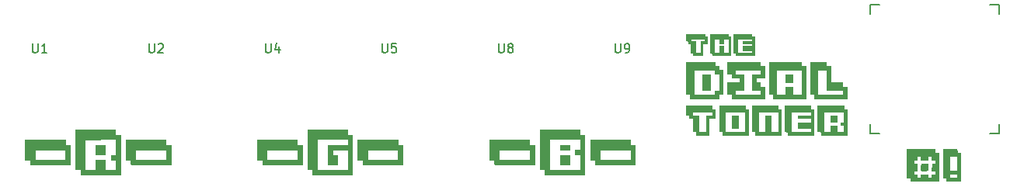
<source format=gto>
G04 #@! TF.GenerationSoftware,KiCad,Pcbnew,(6.0.6-0)*
G04 #@! TF.CreationDate,2022-09-04T13:15:17-04:00*
G04 #@! TF.ProjectId,dial_toner_mx,6469616c-5f74-46f6-9e65-725f6d782e6b,rev?*
G04 #@! TF.SameCoordinates,Original*
G04 #@! TF.FileFunction,Legend,Top*
G04 #@! TF.FilePolarity,Positive*
%FSLAX46Y46*%
G04 Gerber Fmt 4.6, Leading zero omitted, Abs format (unit mm)*
G04 Created by KiCad (PCBNEW (6.0.6-0)) date 2022-09-04 13:15:17*
%MOMM*%
%LPD*%
G01*
G04 APERTURE LIST*
%ADD10C,0.150000*%
%ADD11C,1.700000*%
%ADD12C,1.701800*%
%ADD13C,0.990600*%
%ADD14C,3.429000*%
%ADD15C,2.032000*%
G04 APERTURE END LIST*
D10*
X146304095Y-123174380D02*
X146304095Y-123983904D01*
X146351714Y-124079142D01*
X146399333Y-124126761D01*
X146494571Y-124174380D01*
X146685047Y-124174380D01*
X146780285Y-124126761D01*
X146827904Y-124079142D01*
X146875523Y-123983904D01*
X146875523Y-123174380D01*
X147494571Y-123602952D02*
X147399333Y-123555333D01*
X147351714Y-123507714D01*
X147304095Y-123412476D01*
X147304095Y-123364857D01*
X147351714Y-123269619D01*
X147399333Y-123222000D01*
X147494571Y-123174380D01*
X147685047Y-123174380D01*
X147780285Y-123222000D01*
X147827904Y-123269619D01*
X147875523Y-123364857D01*
X147875523Y-123412476D01*
X147827904Y-123507714D01*
X147780285Y-123555333D01*
X147685047Y-123602952D01*
X147494571Y-123602952D01*
X147399333Y-123650571D01*
X147351714Y-123698190D01*
X147304095Y-123793428D01*
X147304095Y-123983904D01*
X147351714Y-124079142D01*
X147399333Y-124126761D01*
X147494571Y-124174380D01*
X147685047Y-124174380D01*
X147780285Y-124126761D01*
X147827904Y-124079142D01*
X147875523Y-123983904D01*
X147875523Y-123793428D01*
X147827904Y-123698190D01*
X147780285Y-123650571D01*
X147685047Y-123602952D01*
X108204095Y-123174380D02*
X108204095Y-123983904D01*
X108251714Y-124079142D01*
X108299333Y-124126761D01*
X108394571Y-124174380D01*
X108585047Y-124174380D01*
X108680285Y-124126761D01*
X108727904Y-124079142D01*
X108775523Y-123983904D01*
X108775523Y-123174380D01*
X109204095Y-123269619D02*
X109251714Y-123222000D01*
X109346952Y-123174380D01*
X109585047Y-123174380D01*
X109680285Y-123222000D01*
X109727904Y-123269619D01*
X109775523Y-123364857D01*
X109775523Y-123460095D01*
X109727904Y-123602952D01*
X109156476Y-124174380D01*
X109775523Y-124174380D01*
X133604095Y-123174380D02*
X133604095Y-123983904D01*
X133651714Y-124079142D01*
X133699333Y-124126761D01*
X133794571Y-124174380D01*
X133985047Y-124174380D01*
X134080285Y-124126761D01*
X134127904Y-124079142D01*
X134175523Y-123983904D01*
X134175523Y-123174380D01*
X135127904Y-123174380D02*
X134651714Y-123174380D01*
X134604095Y-123650571D01*
X134651714Y-123602952D01*
X134746952Y-123555333D01*
X134985047Y-123555333D01*
X135080285Y-123602952D01*
X135127904Y-123650571D01*
X135175523Y-123745809D01*
X135175523Y-123983904D01*
X135127904Y-124079142D01*
X135080285Y-124126761D01*
X134985047Y-124174380D01*
X134746952Y-124174380D01*
X134651714Y-124126761D01*
X134604095Y-124079142D01*
X120904095Y-123174380D02*
X120904095Y-123983904D01*
X120951714Y-124079142D01*
X120999333Y-124126761D01*
X121094571Y-124174380D01*
X121285047Y-124174380D01*
X121380285Y-124126761D01*
X121427904Y-124079142D01*
X121475523Y-123983904D01*
X121475523Y-123174380D01*
X122380285Y-123507714D02*
X122380285Y-124174380D01*
X122142190Y-123126761D02*
X121904095Y-123841047D01*
X122523142Y-123841047D01*
X159004095Y-123174380D02*
X159004095Y-123983904D01*
X159051714Y-124079142D01*
X159099333Y-124126761D01*
X159194571Y-124174380D01*
X159385047Y-124174380D01*
X159480285Y-124126761D01*
X159527904Y-124079142D01*
X159575523Y-123983904D01*
X159575523Y-123174380D01*
X160099333Y-124174380D02*
X160289809Y-124174380D01*
X160385047Y-124126761D01*
X160432666Y-124079142D01*
X160527904Y-123936285D01*
X160575523Y-123745809D01*
X160575523Y-123364857D01*
X160527904Y-123269619D01*
X160480285Y-123222000D01*
X160385047Y-123174380D01*
X160194571Y-123174380D01*
X160099333Y-123222000D01*
X160051714Y-123269619D01*
X160004095Y-123364857D01*
X160004095Y-123602952D01*
X160051714Y-123698190D01*
X160099333Y-123745809D01*
X160194571Y-123793428D01*
X160385047Y-123793428D01*
X160480285Y-123745809D01*
X160527904Y-123698190D01*
X160575523Y-123602952D01*
X95504095Y-123174380D02*
X95504095Y-123983904D01*
X95551714Y-124079142D01*
X95599333Y-124126761D01*
X95694571Y-124174380D01*
X95885047Y-124174380D01*
X95980285Y-124126761D01*
X96027904Y-124079142D01*
X96075523Y-123983904D01*
X96075523Y-123174380D01*
X97075523Y-124174380D02*
X96504095Y-124174380D01*
X96789809Y-124174380D02*
X96789809Y-123174380D01*
X96694571Y-123317238D01*
X96599333Y-123412476D01*
X96504095Y-123460095D01*
G36*
X178446594Y-127456533D02*
G01*
X177533177Y-127456533D01*
X177533177Y-126543116D01*
X178446594Y-126543116D01*
X178446594Y-127456533D01*
G37*
G36*
X169452956Y-128369949D02*
G01*
X168539540Y-128369949D01*
X168539540Y-126543116D01*
X169452956Y-126543116D01*
X169452956Y-128369949D01*
G37*
G36*
X183224464Y-131777694D02*
G01*
X182486704Y-131777694D01*
X182486704Y-131039935D01*
X183224464Y-131039935D01*
X183224464Y-131777694D01*
G37*
G36*
X172114159Y-131047529D02*
G01*
X172491822Y-131057501D01*
X172491822Y-132497888D01*
X172138732Y-132507823D01*
X171987553Y-132509706D01*
X171863476Y-132506811D01*
X171782721Y-132499766D01*
X171761069Y-132493184D01*
X171753638Y-132452110D01*
X171747109Y-132351678D01*
X171741845Y-132202794D01*
X171738207Y-132016361D01*
X171736557Y-131803283D01*
X171736497Y-131753085D01*
X171736497Y-131037558D01*
X172114159Y-131047529D01*
G37*
G36*
X154100536Y-134834126D02*
G01*
X153554896Y-134834126D01*
X153336985Y-134832787D01*
X153180504Y-134828277D01*
X153076667Y-134819858D01*
X153016683Y-134806790D01*
X152991764Y-134788335D01*
X152991068Y-134786726D01*
X152983325Y-134729292D01*
X152980587Y-134624546D01*
X152983388Y-134496892D01*
X152993897Y-134254458D01*
X153547216Y-134244783D01*
X154100536Y-134235108D01*
X154100536Y-134834126D01*
G37*
G36*
X154100536Y-136485302D02*
G01*
X153561854Y-136485302D01*
X153374010Y-136483848D01*
X153211564Y-136479839D01*
X153087232Y-136473805D01*
X153013731Y-136466277D01*
X152999752Y-136461881D01*
X152991648Y-136420335D01*
X152984759Y-136321247D01*
X152979616Y-136177333D01*
X152976748Y-136001310D01*
X152976331Y-135899778D01*
X152976331Y-135361097D01*
X154100536Y-135361097D01*
X154100536Y-136485302D01*
G37*
G36*
X103511324Y-135361097D02*
G01*
X102387119Y-135361097D01*
X102387119Y-134236892D01*
X103511324Y-134236892D01*
X103511324Y-135361097D01*
G37*
G36*
X193149083Y-137100101D02*
G01*
X192753196Y-137110041D01*
X192571392Y-137112647D01*
X192449312Y-137109041D01*
X192376615Y-137098285D01*
X192342960Y-137079443D01*
X192339103Y-137072534D01*
X192332433Y-137019132D01*
X192328886Y-136912685D01*
X192328800Y-136770357D01*
X192330979Y-136658584D01*
X192341061Y-136292079D01*
X193149083Y-136292079D01*
X193149083Y-137100101D01*
G37*
G36*
X173949775Y-122186823D02*
G01*
X173949775Y-122309783D01*
X173954029Y-122388510D01*
X173980297Y-122423496D01*
X174048835Y-122432468D01*
X174090300Y-122432743D01*
X174230826Y-122432743D01*
X174230826Y-124505495D01*
X172122942Y-124505495D01*
X172122942Y-124382535D01*
X172117504Y-124300124D01*
X172086821Y-124266326D01*
X172009341Y-124259591D01*
X171999982Y-124259575D01*
X171877022Y-124259575D01*
X171877022Y-124224444D01*
X172403993Y-124224444D01*
X173949775Y-124224444D01*
X173949775Y-124013656D01*
X172892877Y-124013656D01*
X172903138Y-123741387D01*
X172913399Y-123469119D01*
X173949775Y-123449675D01*
X173949775Y-123240765D01*
X172895833Y-123240765D01*
X172895833Y-122959714D01*
X173949775Y-122959714D01*
X173949775Y-122713794D01*
X172403993Y-122713794D01*
X172403993Y-124224444D01*
X171877022Y-124224444D01*
X171877022Y-122186823D01*
X173949775Y-122186823D01*
G37*
G36*
X171385183Y-122186823D02*
G01*
X171385183Y-122309783D01*
X171390621Y-122392195D01*
X171421304Y-122425992D01*
X171498784Y-122432727D01*
X171508143Y-122432743D01*
X171631103Y-122432743D01*
X171631103Y-124505495D01*
X169558350Y-124505495D01*
X169558350Y-124382535D01*
X169552912Y-124300124D01*
X169522229Y-124266326D01*
X169444749Y-124259591D01*
X169435390Y-124259575D01*
X169312430Y-124259575D01*
X169312430Y-124224444D01*
X169839401Y-124224444D01*
X170331241Y-124224444D01*
X170331241Y-123448598D01*
X170603509Y-123458858D01*
X170875778Y-123469119D01*
X170885749Y-123846782D01*
X170895720Y-124224444D01*
X171350051Y-124224444D01*
X171350051Y-122713794D01*
X170896421Y-122713794D01*
X170886100Y-122968497D01*
X170875778Y-123223199D01*
X170603509Y-123233460D01*
X170331241Y-123243720D01*
X170331241Y-122713794D01*
X169839401Y-122713794D01*
X169839401Y-124224444D01*
X169312430Y-124224444D01*
X169312430Y-122186823D01*
X171385183Y-122186823D01*
G37*
G36*
X166747838Y-122186823D02*
G01*
X168820591Y-122186823D01*
X168820591Y-122309783D01*
X168826029Y-122392195D01*
X168856712Y-122425992D01*
X168934192Y-122432727D01*
X168943551Y-122432743D01*
X169066511Y-122432743D01*
X169066511Y-123240765D01*
X168574671Y-123240765D01*
X168574671Y-124505495D01*
X167520729Y-124505495D01*
X167520729Y-124382535D01*
X167516475Y-124303808D01*
X167490207Y-124268822D01*
X167421669Y-124259850D01*
X167380204Y-124259575D01*
X167239678Y-124259575D01*
X167239678Y-123240765D01*
X167116718Y-123240765D01*
X167037991Y-123236511D01*
X167003005Y-123210243D01*
X166994033Y-123141705D01*
X166993758Y-123100239D01*
X166990036Y-123010266D01*
X166967052Y-122970281D01*
X166907081Y-122960028D01*
X166870798Y-122959714D01*
X167274809Y-122959714D01*
X167801780Y-122959714D01*
X167801780Y-124224444D01*
X168293620Y-124224444D01*
X168293620Y-122959714D01*
X168785459Y-122959714D01*
X168785459Y-122713794D01*
X167274809Y-122713794D01*
X167274809Y-122959714D01*
X166870798Y-122959714D01*
X166747838Y-122959714D01*
X166747838Y-122186823D01*
G37*
G36*
X180238295Y-125172992D02*
G01*
X182065128Y-125172992D01*
X182065128Y-125629700D01*
X182521836Y-125629700D01*
X182521836Y-127421401D01*
X183856829Y-127421401D01*
X183856829Y-127878109D01*
X184313537Y-127878109D01*
X184313537Y-129248234D01*
X180695003Y-129248234D01*
X180695003Y-128791526D01*
X181151711Y-128791526D01*
X183821697Y-128791526D01*
X183821697Y-128371155D01*
X182934630Y-128361769D01*
X182047562Y-128352383D01*
X182038286Y-127236961D01*
X182029009Y-126121539D01*
X181151711Y-126121539D01*
X181151711Y-128791526D01*
X180695003Y-128791526D01*
X180238295Y-128791526D01*
X180238295Y-125172992D01*
G37*
G36*
X175741476Y-125172992D02*
G01*
X179360010Y-125172992D01*
X179360010Y-125629700D01*
X179816718Y-125629700D01*
X179816718Y-129248234D01*
X176198184Y-129248234D01*
X176198184Y-128791526D01*
X176654892Y-128791526D01*
X177533177Y-128791526D01*
X177533177Y-127878109D01*
X178446594Y-127878109D01*
X178446594Y-128791526D01*
X179324879Y-128791526D01*
X179324879Y-126121539D01*
X176654892Y-126121539D01*
X176654892Y-128791526D01*
X176198184Y-128791526D01*
X175741476Y-128791526D01*
X175741476Y-125172992D01*
G37*
G36*
X171244657Y-127421401D02*
G01*
X172579650Y-127421401D01*
X172579650Y-126999824D01*
X171701365Y-126999824D01*
X171701365Y-126543116D01*
X171244657Y-126543116D01*
X171244657Y-125172992D01*
X174863191Y-125172992D01*
X174863191Y-125629700D01*
X175319899Y-125629700D01*
X175319899Y-126999824D01*
X174406483Y-126999824D01*
X174406483Y-127421401D01*
X174863191Y-127421401D01*
X174863191Y-127878109D01*
X175319899Y-127878109D01*
X175319899Y-129248234D01*
X171701365Y-129248234D01*
X171701365Y-128791526D01*
X172158074Y-128791526D01*
X174828060Y-128791526D01*
X174828060Y-128369949D01*
X173949775Y-128369949D01*
X173949775Y-126543116D01*
X174828060Y-126543116D01*
X174828060Y-126121539D01*
X172158074Y-126121539D01*
X172158074Y-126543116D01*
X173072676Y-126543116D01*
X173063300Y-127447750D01*
X173053924Y-128352383D01*
X172605999Y-128362216D01*
X172158074Y-128372048D01*
X172158074Y-128791526D01*
X171701365Y-128791526D01*
X171244657Y-128791526D01*
X171244657Y-127421401D01*
G37*
G36*
X166747838Y-125172992D02*
G01*
X169909664Y-125172992D01*
X169909664Y-125629700D01*
X170366372Y-125629700D01*
X170366372Y-126086408D01*
X170823081Y-126086408D01*
X170823081Y-128791526D01*
X170366372Y-128791526D01*
X170366372Y-129248234D01*
X167169415Y-129248234D01*
X167169415Y-128791526D01*
X167661255Y-128791526D01*
X169874533Y-128791526D01*
X169874533Y-128334817D01*
X170331241Y-128334817D01*
X170331241Y-126543116D01*
X169874533Y-126543116D01*
X169874533Y-126121539D01*
X167661255Y-126121539D01*
X167661255Y-128791526D01*
X167169415Y-128791526D01*
X166747838Y-128791526D01*
X166747838Y-125172992D01*
G37*
G36*
X181045529Y-129985993D02*
G01*
X183962223Y-129985993D01*
X183962223Y-130337307D01*
X184313537Y-130337307D01*
X184313537Y-133218082D01*
X181432762Y-133218082D01*
X181432762Y-132870440D01*
X181248323Y-132859821D01*
X181063883Y-132849202D01*
X181063770Y-132831636D01*
X181819208Y-132831636D01*
X182486704Y-132831636D01*
X182486704Y-132129008D01*
X183224464Y-132129008D01*
X183224464Y-132831636D01*
X183927092Y-132831636D01*
X183927092Y-132129008D01*
X183575778Y-132129008D01*
X183575778Y-131777694D01*
X183927092Y-131777694D01*
X183927092Y-130723752D01*
X181819208Y-130723752D01*
X181819208Y-132831636D01*
X181063770Y-132831636D01*
X181054706Y-131417598D01*
X181045529Y-129985993D01*
G37*
G36*
X177462126Y-129985993D02*
G01*
X180378820Y-129985993D01*
X180378820Y-130337307D01*
X180730134Y-130337307D01*
X180730134Y-133218082D01*
X177849360Y-133218082D01*
X177849360Y-132870440D01*
X177480480Y-132849202D01*
X177480367Y-132831636D01*
X178235805Y-132831636D01*
X180343689Y-132831636D01*
X180343689Y-132515454D01*
X178903302Y-132515454D01*
X178903302Y-131777694D01*
X180343689Y-131777694D01*
X180343689Y-131426380D01*
X178903302Y-131426380D01*
X178903302Y-131039935D01*
X180343689Y-131039935D01*
X180343689Y-130723752D01*
X178235805Y-130723752D01*
X178235805Y-132831636D01*
X177480367Y-132831636D01*
X177471303Y-131417598D01*
X177462126Y-129985993D01*
G37*
G36*
X176795418Y-129985993D02*
G01*
X176795418Y-130337307D01*
X177146732Y-130337307D01*
X177146732Y-133218082D01*
X174265957Y-133218082D01*
X174265957Y-132866768D01*
X173914643Y-132866768D01*
X173914643Y-132831636D01*
X174652403Y-132831636D01*
X175319899Y-132831636D01*
X175319899Y-131039935D01*
X176057659Y-131039935D01*
X176057659Y-132831636D01*
X176760287Y-132831636D01*
X176760287Y-130723752D01*
X174652403Y-130723752D01*
X174652403Y-132831636D01*
X173914643Y-132831636D01*
X173914643Y-129985993D01*
X176795418Y-129985993D01*
G37*
G36*
X173212016Y-129985993D02*
G01*
X173212016Y-130337307D01*
X173563329Y-130337307D01*
X173563329Y-133218082D01*
X170682555Y-133218082D01*
X170682555Y-132866768D01*
X170331241Y-132866768D01*
X170331241Y-132831636D01*
X171069000Y-132831636D01*
X173176884Y-132831636D01*
X173176884Y-130723752D01*
X171069000Y-130723752D01*
X171069000Y-132831636D01*
X170331241Y-132831636D01*
X170331241Y-129985993D01*
X173212016Y-129985993D01*
G37*
G36*
X169628613Y-129985993D02*
G01*
X169628613Y-130337307D01*
X169979927Y-130337307D01*
X169979927Y-131426380D01*
X169277299Y-131426380D01*
X169277299Y-133218082D01*
X167801780Y-133218082D01*
X167801780Y-132866768D01*
X167450466Y-132866768D01*
X167450466Y-131426380D01*
X167099152Y-131426380D01*
X167099152Y-131075066D01*
X166747838Y-131075066D01*
X166747838Y-131039935D01*
X167485598Y-131039935D01*
X168188226Y-131039935D01*
X168188226Y-132831636D01*
X168890854Y-132831636D01*
X168890854Y-131039935D01*
X169593482Y-131039935D01*
X169593482Y-130723752D01*
X167485598Y-130723752D01*
X167485598Y-131039935D01*
X166747838Y-131039935D01*
X166747838Y-129985993D01*
X169628613Y-129985993D01*
G37*
G36*
X160705238Y-133709921D02*
G01*
X160705238Y-134233937D01*
X160977507Y-134244197D01*
X161249775Y-134254458D01*
X161249775Y-136467736D01*
X159045280Y-136476783D01*
X156840785Y-136485829D01*
X156840785Y-135923199D01*
X156278682Y-135923199D01*
X156278682Y-135888068D01*
X157402887Y-135888068D01*
X160670107Y-135888068D01*
X160670107Y-134834126D01*
X157402887Y-134834126D01*
X157402887Y-135888068D01*
X156278682Y-135888068D01*
X156278682Y-133709921D01*
X160705238Y-133709921D01*
G37*
G36*
X149709111Y-133709921D02*
G01*
X149709111Y-134236892D01*
X150271213Y-134236892D01*
X150271213Y-136485302D01*
X148081356Y-136485302D01*
X147695456Y-136484936D01*
X147330496Y-136483880D01*
X146992519Y-136482200D01*
X146687568Y-136479958D01*
X146421685Y-136477218D01*
X146200913Y-136474045D01*
X146031294Y-136470502D01*
X145918871Y-136466654D01*
X145869686Y-136462563D01*
X145868078Y-136461881D01*
X145856667Y-136417605D01*
X145848332Y-136322612D01*
X145844700Y-136196431D01*
X145844657Y-136180829D01*
X145844657Y-135923199D01*
X145317686Y-135923199D01*
X145317686Y-135888068D01*
X146441891Y-135888068D01*
X149709111Y-135888068D01*
X149709111Y-134834126D01*
X146441891Y-134834126D01*
X146441891Y-135888068D01*
X145317686Y-135888068D01*
X145317686Y-133709921D01*
X149709111Y-133709921D01*
G37*
G36*
X135375501Y-133709921D02*
G01*
X135375501Y-134236892D01*
X135938590Y-134236892D01*
X135920038Y-136467736D01*
X133715542Y-136476783D01*
X131511047Y-136485829D01*
X131511047Y-135923199D01*
X130948945Y-135923199D01*
X130948945Y-135888068D01*
X132073150Y-135888068D01*
X135340370Y-135888068D01*
X135340370Y-134834126D01*
X132073150Y-134834126D01*
X132073150Y-135888068D01*
X130948945Y-135888068D01*
X130948945Y-133709921D01*
X135375501Y-133709921D01*
G37*
G36*
X124414505Y-133709921D02*
G01*
X124414505Y-134236892D01*
X124941476Y-134236892D01*
X124941476Y-136485302D01*
X120550051Y-136485302D01*
X120550051Y-135923199D01*
X119987949Y-135923199D01*
X119987949Y-135888068D01*
X121112154Y-135888068D01*
X124379374Y-135888068D01*
X124379374Y-134834126D01*
X121112154Y-134834126D01*
X121112154Y-135888068D01*
X119987949Y-135888068D01*
X119987949Y-133709921D01*
X124414505Y-133709921D01*
G37*
G36*
X110080895Y-133709921D02*
G01*
X110080895Y-134236892D01*
X110642998Y-134236892D01*
X110642998Y-136485302D01*
X108453140Y-136485302D01*
X108067240Y-136484936D01*
X107702280Y-136483880D01*
X107364304Y-136482200D01*
X107059352Y-136479958D01*
X106793469Y-136477218D01*
X106572697Y-136474045D01*
X106403078Y-136470502D01*
X106290655Y-136466654D01*
X106241470Y-136462563D01*
X106239862Y-136461881D01*
X106228451Y-136417605D01*
X106220116Y-136322612D01*
X106216484Y-136196431D01*
X106216442Y-136180829D01*
X106216442Y-135923199D01*
X105689471Y-135923199D01*
X105689471Y-135888068D01*
X106813675Y-135888068D01*
X110080895Y-135888068D01*
X110080895Y-134834126D01*
X106813675Y-134834126D01*
X106813675Y-135888068D01*
X105689471Y-135888068D01*
X105689471Y-133709921D01*
X110080895Y-133709921D01*
G37*
G36*
X99119899Y-133709921D02*
G01*
X99119899Y-134233937D01*
X99392168Y-134244197D01*
X99664436Y-134254458D01*
X99664436Y-136467736D01*
X97459941Y-136476783D01*
X95255446Y-136485829D01*
X95255446Y-135923199D01*
X94693343Y-135923199D01*
X94693343Y-135888068D01*
X95817548Y-135888068D01*
X99084768Y-135888068D01*
X99084768Y-134834126D01*
X95817548Y-134834126D01*
X95817548Y-135888068D01*
X94693343Y-135888068D01*
X94693343Y-133709921D01*
X99119899Y-133709921D01*
G37*
G36*
X153002679Y-132594235D02*
G01*
X155207175Y-132603282D01*
X155217435Y-132875551D01*
X155227696Y-133147819D01*
X155751711Y-133147819D01*
X155751711Y-137574375D01*
X153561854Y-137574375D01*
X153175954Y-137574009D01*
X152810994Y-137572954D01*
X152473017Y-137571273D01*
X152168066Y-137569031D01*
X151902183Y-137566291D01*
X151681411Y-137563118D01*
X151511792Y-137559575D01*
X151399369Y-137555727D01*
X151350184Y-137551637D01*
X151348576Y-137550954D01*
X151337165Y-137506678D01*
X151328830Y-137411685D01*
X151325198Y-137285505D01*
X151325155Y-137269903D01*
X151325155Y-137012273D01*
X150798184Y-137012273D01*
X150798184Y-136977141D01*
X151922389Y-136977141D01*
X155189609Y-136977141D01*
X155189609Y-135361097D01*
X154627507Y-135361097D01*
X154627507Y-134798995D01*
X155189609Y-134798995D01*
X155189609Y-133709921D01*
X151922389Y-133709921D01*
X151922389Y-136977141D01*
X150798184Y-136977141D01*
X150798184Y-132585189D01*
X153002679Y-132594235D01*
G37*
G36*
X125486013Y-132603282D02*
G01*
X129877437Y-132603282D01*
X129887672Y-132874099D01*
X129897906Y-133144916D01*
X130168723Y-133155150D01*
X130439540Y-133165385D01*
X130439540Y-137556809D01*
X128235045Y-137565856D01*
X126030549Y-137574903D01*
X126030549Y-137012273D01*
X125467919Y-137012273D01*
X125468063Y-136977141D01*
X126592652Y-136977141D01*
X129859872Y-136977141D01*
X129859872Y-134834126D01*
X128243827Y-134834126D01*
X128243827Y-135361097D01*
X128807714Y-135361097D01*
X128798039Y-135914416D01*
X128788364Y-136467736D01*
X128235045Y-136477411D01*
X127681725Y-136487086D01*
X127681725Y-134236892D01*
X129859872Y-134236892D01*
X129859872Y-133709921D01*
X126592652Y-133709921D01*
X126592652Y-136977141D01*
X125468063Y-136977141D01*
X125476966Y-134807777D01*
X125486013Y-132603282D01*
G37*
G36*
X100191407Y-132603282D02*
G01*
X102395902Y-132594235D01*
X104600397Y-132585189D01*
X104600397Y-133147819D01*
X105162500Y-133147819D01*
X105162500Y-137574375D01*
X100735944Y-137574375D01*
X100735944Y-137012273D01*
X100173313Y-137012273D01*
X100173457Y-136977141D01*
X101297344Y-136977141D01*
X102387119Y-136977141D01*
X102387119Y-135888068D01*
X103511324Y-135888068D01*
X103511324Y-136977141D01*
X104565266Y-136977141D01*
X104565266Y-135923199D01*
X104038295Y-135923199D01*
X104038295Y-135361097D01*
X104565266Y-135361097D01*
X104565266Y-133709219D01*
X101315612Y-133727487D01*
X101297344Y-136977141D01*
X100173457Y-136977141D01*
X100182360Y-134807777D01*
X100191407Y-132603282D01*
G37*
G36*
X195511670Y-134701724D02*
G01*
X196310909Y-134711166D01*
X196321445Y-134913172D01*
X196331981Y-135115177D01*
X196714920Y-135115177D01*
X196714920Y-138277003D01*
X195098876Y-138277003D01*
X195098876Y-137890557D01*
X194712430Y-137890557D01*
X194712430Y-137855426D01*
X195520453Y-137855426D01*
X196293343Y-137855426D01*
X196293343Y-137504112D01*
X195520453Y-137504112D01*
X195520453Y-137855426D01*
X194712430Y-137855426D01*
X194712430Y-137082535D01*
X195520453Y-137082535D01*
X196293343Y-137082535D01*
X196293343Y-135536754D01*
X195520453Y-135536754D01*
X195520453Y-137082535D01*
X194712430Y-137082535D01*
X194712430Y-134692281D01*
X195511670Y-134701724D01*
G37*
G36*
X190760148Y-134711166D02*
G01*
X193939540Y-134692884D01*
X193939540Y-135115177D01*
X194325985Y-135115177D01*
X194325985Y-138277003D01*
X191164159Y-138277003D01*
X191164159Y-137890557D01*
X190741867Y-137890557D01*
X190744291Y-137468981D01*
X191585736Y-137468981D01*
X191972181Y-137468981D01*
X191972181Y-137855426D01*
X192323495Y-137855426D01*
X192323495Y-137468981D01*
X193166649Y-137468981D01*
X193166649Y-137855426D01*
X193517963Y-137855426D01*
X193517963Y-137468981D01*
X193904408Y-137468981D01*
X193904408Y-137117667D01*
X193515733Y-137117667D01*
X193535529Y-136292079D01*
X193719968Y-136281460D01*
X193904408Y-136270841D01*
X193904408Y-135923199D01*
X193517963Y-135923199D01*
X193517963Y-135536754D01*
X193166649Y-135536754D01*
X193166649Y-135923199D01*
X192323495Y-135923199D01*
X192323495Y-135536754D01*
X191972181Y-135536754D01*
X191972181Y-135923199D01*
X191585736Y-135923199D01*
X191585736Y-136270841D01*
X191954616Y-136292079D01*
X191964514Y-136704873D01*
X191974411Y-137117667D01*
X191585736Y-137117667D01*
X191585736Y-137468981D01*
X190744291Y-137468981D01*
X190751007Y-136300862D01*
X190760148Y-134711166D01*
G37*
X200802000Y-131984000D02*
X200802000Y-132984000D01*
X187802000Y-118984000D02*
X186802000Y-118984000D01*
X186802000Y-119984000D02*
X186802000Y-118984000D01*
X186802000Y-132984000D02*
X187802000Y-132984000D01*
X200802000Y-118984000D02*
X199802000Y-118984000D01*
X199802000Y-132984000D02*
X200802000Y-132984000D01*
X200802000Y-118984000D02*
X200802000Y-119984000D01*
X186802000Y-132984000D02*
X186802000Y-131984000D01*
%LPC*%
D11*
X143256000Y-122682000D03*
X143256000Y-125222000D03*
X143256000Y-127762000D03*
X150876000Y-122682000D03*
X150876000Y-125222000D03*
X150876000Y-127762000D03*
D12*
X188302000Y-125984000D03*
D13*
X188582000Y-130184000D03*
D14*
X193802000Y-125984000D03*
D12*
X199302000Y-125984000D03*
D15*
X193802000Y-120084000D03*
X198802000Y-122184000D03*
D11*
X105156000Y-122682000D03*
X105156000Y-125222000D03*
X105156000Y-127762000D03*
X112776000Y-122682000D03*
X112776000Y-125222000D03*
X112776000Y-127762000D03*
X130556000Y-122682000D03*
X130556000Y-125222000D03*
X130556000Y-127762000D03*
X138176000Y-122682000D03*
X138176000Y-125222000D03*
X138176000Y-127762000D03*
X117856000Y-122682000D03*
X117856000Y-125222000D03*
X117856000Y-127762000D03*
X125476000Y-122682000D03*
X125476000Y-125222000D03*
X125476000Y-127762000D03*
X155956000Y-122682000D03*
X155956000Y-125222000D03*
X155956000Y-127762000D03*
X163576000Y-122682000D03*
X163576000Y-125222000D03*
X163576000Y-127762000D03*
X92456000Y-122682000D03*
X92456000Y-125222000D03*
X92456000Y-127762000D03*
X100076000Y-122682000D03*
X100076000Y-125222000D03*
X100076000Y-127762000D03*
M02*

</source>
